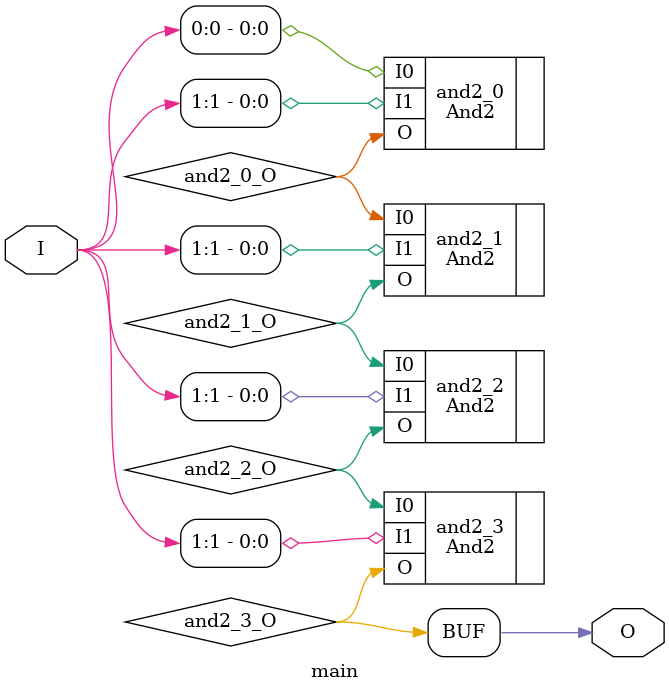
<source format=v>
module main (input [1:0] I, output  O);
wire  and2_0_O;
wire  and2_1_O;
wire  and2_2_O;
wire  and2_3_O;
// Instanced at tests/test_deprecated/test_old_io_syntax/test_old_io_syntax_define.py:70
// Argument I0(I[0]) wired at tests/test_deprecated/test_old_io_syntax/test_old_io_syntax_define.py:72
// Argument I1(I[1]) wired at tests/test_deprecated/test_old_io_syntax/test_old_io_syntax_define.py:73
// Argument O(and2_0_O) wired at tests/test_deprecated/test_old_io_syntax/test_old_io_syntax_define.py:75
And2 and2_0 (.I0(I[0]), .I1(I[1]), .O(and2_0_O));
// Instanced at tests/test_deprecated/test_old_io_syntax/test_old_io_syntax_define.py:70
// Argument I0(and2_0_O) wired at tests/test_deprecated/test_old_io_syntax/test_old_io_syntax_define.py:75
// Argument I1(I[1]) wired at tests/test_deprecated/test_old_io_syntax/test_old_io_syntax_define.py:76
// Argument O(and2_1_O) wired at tests/test_deprecated/test_old_io_syntax/test_old_io_syntax_define.py:75
And2 and2_1 (.I0(and2_0_O), .I1(I[1]), .O(and2_1_O));
// Instanced at tests/test_deprecated/test_old_io_syntax/test_old_io_syntax_define.py:70
// Argument I0(and2_1_O) wired at tests/test_deprecated/test_old_io_syntax/test_old_io_syntax_define.py:75
// Argument I1(I[1]) wired at tests/test_deprecated/test_old_io_syntax/test_old_io_syntax_define.py:76
// Argument O(and2_2_O) wired at tests/test_deprecated/test_old_io_syntax/test_old_io_syntax_define.py:75
And2 and2_2 (.I0(and2_1_O), .I1(I[1]), .O(and2_2_O));
// Instanced at tests/test_deprecated/test_old_io_syntax/test_old_io_syntax_define.py:70
// Argument I0(and2_2_O) wired at tests/test_deprecated/test_old_io_syntax/test_old_io_syntax_define.py:75
// Argument I1(I[1]) wired at tests/test_deprecated/test_old_io_syntax/test_old_io_syntax_define.py:76
// Argument O(and2_3_O) wired at tests/test_deprecated/test_old_io_syntax/test_old_io_syntax_define.py:79
And2 and2_3 (.I0(and2_2_O), .I1(I[1]), .O(and2_3_O));
// Wired at tests/test_deprecated/test_old_io_syntax/test_old_io_syntax_define.py:79
assign O = and2_3_O;
endmodule


</source>
